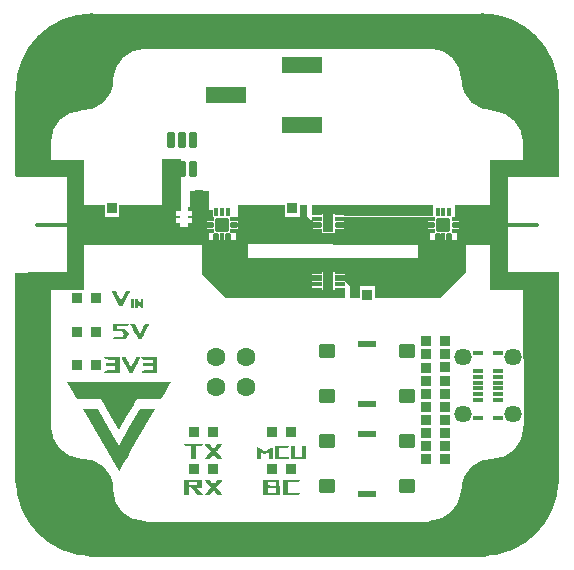
<source format=gts>
G04 Layer: TopSolderMaskLayer*
G04 EasyEDA Pro v2.2.28.1, 2024-10-10 19:46:05*
G04 Gerber Generator version 0.3*
G04 Scale: 100 percent, Rotated: No, Reflected: No*
G04 Dimensions in millimeters*
G04 Leading zeros omitted, absolute positions, 3 integers and 5 decimals*
%FSLAX35Y35*%
%MOMM*%
%AMRoundRect*1,1,$1,$2,$3*1,1,$1,$4,$5*1,1,$1,0-$2,0-$3*1,1,$1,0-$4,0-$5*20,1,$1,$2,$3,$4,$5,0*20,1,$1,$4,$5,0-$2,0-$3,0*20,1,$1,0-$2,0-$3,0-$4,0-$5,0*20,1,$1,0-$4,0-$5,$2,$3,0*4,1,4,$2,$3,$4,$5,0-$2,0-$3,0-$4,0-$5,$2,$3,0*%
%ADD10C,3.0*%
%ADD11C,0.3*%
%ADD12C,0.3424*%
%ADD13C,1.602*%
%ADD14C,5.302*%
%ADD15RoundRect,0.09302X0.50429X-0.50429X-0.50429X-0.50429*%
%ADD16RoundRect,0.08109X0.26426X-0.16026X-0.26426X-0.16026*%
%ADD17RoundRect,0.08267X0.26347X-0.18047X-0.26347X-0.18047*%
%ADD18RoundRect,0.08267X0.18047X-0.26347X-0.18047X-0.26347*%
%ADD19RoundRect,0.0839X0.16026X-0.26426X-0.16026X-0.26426*%
%ADD20RoundRect,0.08109X0.16026X-0.26426X-0.16026X-0.26426*%
%ADD21RoundRect,0.08267X0.18047X0.4127X0.18047X-0.4127*%
%ADD22RoundRect,0.08267X0.18047X0.41247X0.18047X-0.41247*%
%ADD23RoundRect,0.09131X0.40515X0.40514X0.40515X-0.40514*%
%ADD24RoundRect,0.08267X0.20947X0.18047X0.20947X-0.18047*%
%ADD25RoundRect,0.09164X0.40518X0.40518X0.40518X-0.40518*%
%ADD26RoundRect,0.09164X-0.40518X-0.40518X-0.40518X0.40518*%
%ADD27RoundRect,0.09302X-0.60429X0.50429X0.60429X0.50429*%
%ADD28RoundRect,0.0858X-0.7079X0.23291X0.7079X0.23291*%
%ADD29R,0.33X0.342*%
%ADD30R,0.762X0.294*%
%ADD31R,0.3X0.41*%
%ADD32R,0.33X0.294*%
%ADD33RoundRect,0.08136X-0.38532X0.16032X0.38532X0.16032*%
%ADD34RoundRect,0.08295X-0.38453X0.18053X0.38453X0.18053*%
%ADD35R,0.85X1.65*%
%ADD36RoundRect,0.08136X0.34532X-0.16032X-0.34532X-0.16032*%
%ADD37RoundRect,0.08295X0.34453X-0.18053X-0.34453X-0.18053*%
%ADD38RoundRect,0.09131X-0.40514X0.80514X0.40514X0.80514*%
%ADD39RoundRect,0.0882X-0.28191X0.6069X0.28191X0.6069*%
%ADD40RoundRect,0.08111X-0.15745X0.61044X0.15745X0.61044*%
%ADD41RoundRect,0.09419X-1.6537X0.5987X1.6537X0.5987*%
%ADD42RoundRect,0.08267X-0.25947X0.18047X0.25947X0.18047*%
%ADD43RoundRect,0.08109X-0.16026X0.18126X0.16026X0.18126*%
%ADD44RoundRect,0.08267X-0.30947X0.18047X0.30947X0.18047*%
%ADD45RoundRect,0.08084X0.15738X0.15738X0.15738X-0.15738*%
%ADD46RoundRect,0.08084X0.15738X0.31038X0.15738X-0.31038*%
%ADD47RoundRect,0.076X-0.3128X-0.1128X-0.3128X0.1128*%
%ADD48RoundRect,0.08084X-0.15738X-0.31038X-0.15738X0.31038*%
%ADD49R,0.87X0.3*%
%ADD50C,1.46*%
%ADD51RoundRect,0.08267X-0.20947X0.18047X0.20947X0.18047*%
%ADD52RoundRect,0.09131X-0.40515X-0.40514X-0.40515X0.40514*%
%ADD53RoundRect,0.08267X-0.20947X-0.18047X-0.20947X0.18047*%
G75*


G04 Image Start*
G36*
G01X-3847627Y-1330911D02*
G01X-3847627Y-1331322D01*
G01X-3821914Y-1375780D01*
G01X-3796200Y-1420238D01*
G01X-3780068Y-1448210D01*
G01X-3763936Y-1476182D01*
G01X-3662663Y-1476182D01*
G01X-3561390Y-1476182D01*
G01X-3484795Y-1608849D01*
G01X-3408200Y-1741516D01*
G01X-3407913Y-1741506D01*
G01X-3407627Y-1741496D01*
G01X-3344847Y-1632701D01*
G01X-3282066Y-1523905D01*
G01X-3268355Y-1500066D01*
G01X-3254643Y-1476226D01*
G01X-3152848Y-1476090D01*
G01X-3051054Y-1475954D01*
G01X-3035772Y-1449466D01*
G01X-3020490Y-1422978D01*
G01X-2994058Y-1377212D01*
G01X-2967627Y-1331447D01*
G01X-2967627Y-1330973D01*
G01X-2967627Y-1330499D01*
G01X-3407627Y-1330499D01*
G01X-3847627Y-1330499D01*
G01X-3847627Y-1330911D01*
G37*
G36*
G01X-3714736Y-1560895D02*
G01X-3714736Y-1561125D01*
G01X-3561940Y-1825888D01*
G01X-3409143Y-2090651D01*
G01X-3408370Y-2091894D01*
G01X-3407597Y-2093136D01*
G01X-3371104Y-2030013D01*
G01X-3334610Y-1966890D01*
G01X-3300844Y-1908434D01*
G01X-3267077Y-1849978D01*
G01X-3184207Y-1706351D01*
G01X-3101338Y-1562724D01*
G01X-3100689Y-1561696D01*
G01X-3100039Y-1560669D01*
G01X-3164368Y-1560669D01*
G01X-3228696Y-1560669D01*
G01X-3317864Y-1716284D01*
G01X-3407032Y-1871899D01*
G01X-3407371Y-1872260D01*
G01X-3407710Y-1872622D01*
G01X-3496998Y-1716759D01*
G01X-3586286Y-1560897D01*
G01X-3650511Y-1560781D01*
G01X-3714736Y-1560665D01*
G01X-3714736Y-1560895D01*
G37*
G04 Image End*

G04 Text Start*
G36*
G01X-3267688Y-667919D02*
G01X-3267688Y-703677D01*
G01X-3247082Y-703677D01*
G01X-3247082Y-684434D01*
G01X-3246968Y-670040D01*
G01X-3246627Y-665343D01*
G01X-3245870Y-666101D01*
G01X-3245112Y-667313D01*
G01X-3242385Y-671404D01*
G01X-3240870Y-673525D01*
G01X-3238142Y-677616D01*
G01X-3236627Y-679737D01*
G01X-3233900Y-683828D01*
G01X-3231779Y-686858D01*
G01X-3229961Y-689586D01*
G01X-3227839Y-692616D01*
G01X-3225112Y-696707D01*
G01X-3223597Y-698828D01*
G01X-3220870Y-702919D01*
G01X-3220415Y-703677D01*
G01X-3199506Y-703677D01*
G01X-3199506Y-632162D01*
G01X-3220112Y-632162D01*
G01X-3220112Y-651858D01*
G01X-3220188Y-666593D01*
G01X-3220415Y-671404D01*
G01X-3221173Y-670495D01*
G01X-3222991Y-667768D01*
G01X-3224506Y-665646D01*
G01X-3228142Y-660192D01*
G01X-3229657Y-658071D01*
G01X-3232385Y-653980D01*
G01X-3233900Y-651858D01*
G01X-3237536Y-646404D01*
G01X-3239051Y-644283D01*
G01X-3241779Y-640192D01*
G01X-3243900Y-637162D01*
G01X-3246627Y-633071D01*
G01X-3247536Y-632313D01*
G01X-3257839Y-632162D01*
G01X-3267688Y-632162D01*
G01X-3267688Y-667919D01*
G37*
G36*
G01X-3305870Y-667919D02*
G01X-3305870Y-703677D01*
G01X-3283749Y-703677D01*
G01X-3283749Y-632162D01*
G01X-3305870Y-632162D01*
G01X-3305870Y-667919D01*
G37*
G36*
G01X-3404484Y-686194D02*
G01X-3403575Y-688467D01*
G01X-3379030Y-688467D01*
G01X-3378120Y-686194D01*
G01X-3373575Y-678012D01*
G01X-3369939Y-670740D01*
G01X-3365393Y-662558D01*
G01X-3361757Y-655285D01*
G01X-3357211Y-647103D01*
G01X-3353575Y-639831D01*
G01X-3349030Y-631649D01*
G01X-3343575Y-620740D01*
G01X-3341302Y-617103D01*
G01X-3335393Y-605285D01*
G01X-3331757Y-598921D01*
G01X-3328121Y-591649D01*
G01X-3323575Y-583467D01*
G01X-3319939Y-576194D01*
G01X-3315393Y-568012D01*
G01X-3311757Y-560740D01*
G01X-3310848Y-558467D01*
G01X-3329484Y-558467D01*
G01X-3343575Y-558921D01*
G01X-3348575Y-560285D01*
G01X-3349939Y-563467D01*
G01X-3375393Y-614376D01*
G01X-3378120Y-620740D01*
G01X-3389030Y-642558D01*
G01X-3390848Y-644376D01*
G01X-3391643Y-644262D01*
G01X-3392211Y-643012D01*
G01X-3393575Y-639831D01*
G01X-3420848Y-585285D01*
G01X-3422666Y-580740D01*
G01X-3431757Y-562558D01*
G01X-3433575Y-559830D01*
G01X-3438802Y-558808D01*
G01X-3452666Y-558467D01*
G01X-3470848Y-558467D01*
G01X-3470393Y-560740D01*
G01X-3469030Y-564376D01*
G01X-3467212Y-568012D01*
G01X-3462666Y-576194D01*
G01X-3459030Y-583467D01*
G01X-3454484Y-591649D01*
G01X-3450848Y-598921D01*
G01X-3446302Y-607103D01*
G01X-3442666Y-614376D01*
G01X-3438120Y-622558D01*
G01X-3432666Y-633467D01*
G01X-3430393Y-637103D01*
G01X-3424484Y-648921D01*
G01X-3420848Y-655285D01*
G01X-3417211Y-662558D01*
G01X-3412666Y-670740D01*
G01X-3409030Y-678012D01*
G01X-3404484Y-686194D01*
G37*
G36*
G01X-2795824Y-1930001D02*
G01X-2795824Y-1985456D01*
G01X-2757642Y-1985456D01*
G01X-2757642Y-1874547D01*
G01X-2733097Y-1874547D01*
G01X-2714574Y-1874206D01*
G01X-2708097Y-1873183D01*
G01X-2706279Y-1870910D01*
G01X-2695370Y-1858183D01*
G01X-2694006Y-1856365D01*
G01X-2777188Y-1855456D01*
G01X-2839460Y-1855797D01*
G01X-2859915Y-1856820D01*
G01X-2854460Y-1863638D01*
G01X-2849006Y-1870001D01*
G01X-2846733Y-1872274D01*
G01X-2843551Y-1874092D01*
G01X-2818551Y-1874547D01*
G01X-2795824Y-1874547D01*
G01X-2795824Y-1930001D01*
G37*
G36*
G01X-2684915Y-1985456D02*
G01X-2680029Y-1986138D01*
G01X-2663551Y-1986365D01*
G01X-2646620Y-1986024D01*
G01X-2640369Y-1985001D01*
G01X-2637642Y-1981365D01*
G01X-2634460Y-1978183D01*
G01X-2629006Y-1971820D01*
G01X-2626733Y-1969547D01*
G01X-2624006Y-1965910D01*
G01X-2620824Y-1962729D01*
G01X-2615369Y-1956365D01*
G01X-2613097Y-1954092D01*
G01X-2609460Y-1949547D01*
G01X-2607188Y-1947729D01*
G01X-2605938Y-1947729D01*
G01X-2604915Y-1948638D01*
G01X-2600369Y-1953183D01*
G01X-2597642Y-1956820D01*
G01X-2594460Y-1960001D01*
G01X-2589006Y-1966365D01*
G01X-2586733Y-1968638D01*
G01X-2583097Y-1973183D01*
G01X-2580824Y-1975456D01*
G01X-2575369Y-1981820D01*
G01X-2573097Y-1984092D01*
G01X-2569915Y-1985910D01*
G01X-2547188Y-1986365D01*
G01X-2532074Y-1986024D01*
G01X-2527642Y-1985001D01*
G01X-2531279Y-1980456D01*
G01X-2535824Y-1975910D01*
G01X-2538551Y-1972274D01*
G01X-2544006Y-1966820D01*
G01X-2546733Y-1963183D01*
G01X-2549915Y-1960001D01*
G01X-2555370Y-1953638D01*
G01X-2557642Y-1951365D01*
G01X-2561279Y-1946820D01*
G01X-2565824Y-1942274D01*
G01X-2569460Y-1937729D01*
G01X-2574006Y-1933183D01*
G01X-2576733Y-1929547D01*
G01X-2579915Y-1926365D01*
G01X-2582188Y-1923638D01*
G01X-2582642Y-1920456D01*
G01X-2580369Y-1916819D01*
G01X-2577188Y-1913638D01*
G01X-2571733Y-1907274D01*
G01X-2569460Y-1905001D01*
G01X-2566733Y-1901365D01*
G01X-2563551Y-1898183D01*
G01X-2558097Y-1891819D01*
G01X-2555824Y-1889547D01*
G01X-2553097Y-1885910D01*
G01X-2549915Y-1882729D01*
G01X-2544460Y-1876365D01*
G01X-2542188Y-1874092D01*
G01X-2539461Y-1870456D01*
G01X-2536279Y-1867274D01*
G01X-2530824Y-1860910D01*
G01X-2528551Y-1858638D01*
G01X-2526733Y-1856365D01*
G01X-2531620Y-1855683D01*
G01X-2548097Y-1855456D01*
G01X-2565029Y-1855797D01*
G01X-2571279Y-1856820D01*
G01X-2575824Y-1861365D01*
G01X-2579460Y-1865910D01*
G01X-2581733Y-1868183D01*
G01X-2587188Y-1874547D01*
G01X-2589460Y-1876819D01*
G01X-2592188Y-1880456D01*
G01X-2595369Y-1883638D01*
G01X-2600824Y-1890001D01*
G01X-2605369Y-1894547D01*
G01X-2607642Y-1894547D01*
G01X-2609460Y-1892274D01*
G01X-2614006Y-1887729D01*
G01X-2616733Y-1884092D01*
G01X-2619915Y-1880910D01*
G01X-2625369Y-1874547D01*
G01X-2627642Y-1872274D01*
G01X-2631278Y-1867729D01*
G01X-2635824Y-1863183D01*
G01X-2638551Y-1859547D01*
G01X-2642188Y-1856365D01*
G01X-2665370Y-1855456D01*
G01X-2681165Y-1855797D01*
G01X-2685824Y-1856820D01*
G01X-2682188Y-1861365D01*
G01X-2677642Y-1865910D01*
G01X-2674915Y-1869547D01*
G01X-2671733Y-1872729D01*
G01X-2667188Y-1878183D01*
G01X-2664915Y-1880456D01*
G01X-2662188Y-1884092D01*
G01X-2659006Y-1887274D01*
G01X-2654460Y-1892728D01*
G01X-2652188Y-1895001D01*
G01X-2649460Y-1898638D01*
G01X-2646279Y-1901819D01*
G01X-2641733Y-1907274D01*
G01X-2639460Y-1909547D01*
G01X-2636733Y-1913183D01*
G01X-2633551Y-1916365D01*
G01X-2630824Y-1919547D01*
G01X-2630029Y-1921592D01*
G01X-2630369Y-1923183D01*
G01X-2633097Y-1926819D01*
G01X-2636278Y-1930001D01*
G01X-2641733Y-1936365D01*
G01X-2644006Y-1938638D01*
G01X-2647642Y-1943183D01*
G01X-2649915Y-1945456D01*
G01X-2655370Y-1951820D01*
G01X-2657642Y-1954092D01*
G01X-2661279Y-1958638D01*
G01X-2663551Y-1960910D01*
G01X-2669006Y-1967274D01*
G01X-2671279Y-1969547D01*
G01X-2674915Y-1974092D01*
G01X-2679460Y-1978638D01*
G01X-2682188Y-1982274D01*
G01X-2684915Y-1985456D01*
G37*
G36*
G01X-2685370Y-2288543D02*
G01X-2680142Y-2289225D01*
G01X-2663551Y-2289452D01*
G01X-2641279Y-2289452D01*
G01X-2639915Y-2287180D01*
G01X-2637188Y-2283998D01*
G01X-2634915Y-2281725D01*
G01X-2631279Y-2277180D01*
G01X-2626733Y-2272634D01*
G01X-2624006Y-2268998D01*
G01X-2620824Y-2265816D01*
G01X-2616279Y-2260361D01*
G01X-2614006Y-2258089D01*
G01X-2610370Y-2253543D01*
G01X-2607642Y-2251271D01*
G01X-2606051Y-2250930D01*
G01X-2604915Y-2251725D01*
G01X-2600370Y-2256271D01*
G01X-2597642Y-2259907D01*
G01X-2594460Y-2263089D01*
G01X-2589915Y-2268543D01*
G01X-2587642Y-2270816D01*
G01X-2584006Y-2275361D01*
G01X-2579460Y-2279907D01*
G01X-2576733Y-2283543D01*
G01X-2573551Y-2286725D01*
G01X-2571279Y-2288543D01*
G01X-2548551Y-2289452D01*
G01X-2532415Y-2289111D01*
G01X-2527642Y-2288089D01*
G01X-2531279Y-2283543D01*
G01X-2535824Y-2278998D01*
G01X-2539461Y-2274452D01*
G01X-2544006Y-2269907D01*
G01X-2546733Y-2266271D01*
G01X-2552188Y-2260816D01*
G01X-2554915Y-2257180D01*
G01X-2558097Y-2253998D01*
G01X-2563551Y-2247634D01*
G01X-2565824Y-2245362D01*
G01X-2569460Y-2240816D01*
G01X-2574006Y-2236271D01*
G01X-2577642Y-2231725D01*
G01X-2582188Y-2227180D01*
G01X-2583551Y-2224907D01*
G01X-2582642Y-2223089D01*
G01X-2579006Y-2218543D01*
G01X-2576733Y-2216271D01*
G01X-2574006Y-2212634D01*
G01X-2570824Y-2209453D01*
G01X-2565370Y-2203089D01*
G01X-2563097Y-2200816D01*
G01X-2560370Y-2197180D01*
G01X-2557188Y-2193998D01*
G01X-2551733Y-2187634D01*
G01X-2549460Y-2185362D01*
G01X-2546733Y-2181725D01*
G01X-2543551Y-2178544D01*
G01X-2538097Y-2172180D01*
G01X-2535824Y-2169907D01*
G01X-2533097Y-2166271D01*
G01X-2527188Y-2160362D01*
G01X-2525824Y-2158543D01*
G01X-2570370Y-2158543D01*
G01X-2572188Y-2160816D01*
G01X-2575369Y-2163998D01*
G01X-2580824Y-2170362D01*
G01X-2583097Y-2172634D01*
G01X-2585824Y-2176271D01*
G01X-2589006Y-2179453D01*
G01X-2594460Y-2185816D01*
G01X-2596733Y-2188089D01*
G01X-2599460Y-2191725D01*
G01X-2604915Y-2197180D01*
G01X-2605938Y-2198089D01*
G01X-2607188Y-2198089D01*
G01X-2609461Y-2195816D01*
G01X-2611733Y-2193089D01*
G01X-2614006Y-2190816D01*
G01X-2617642Y-2186271D01*
G01X-2619915Y-2183998D01*
G01X-2625370Y-2177634D01*
G01X-2627642Y-2175362D01*
G01X-2631279Y-2170816D01*
G01X-2635824Y-2166271D01*
G01X-2638551Y-2162634D01*
G01X-2642188Y-2159452D01*
G01X-2665370Y-2158543D01*
G01X-2681165Y-2158884D01*
G01X-2685824Y-2159907D01*
G01X-2682188Y-2164453D01*
G01X-2679915Y-2166725D01*
G01X-2674460Y-2173089D01*
G01X-2672188Y-2175362D01*
G01X-2669460Y-2178998D01*
G01X-2666279Y-2182180D01*
G01X-2661733Y-2187634D01*
G01X-2659461Y-2189907D01*
G01X-2655824Y-2194453D01*
G01X-2653551Y-2196725D01*
G01X-2648097Y-2203089D01*
G01X-2645824Y-2205362D01*
G01X-2643097Y-2208998D01*
G01X-2639915Y-2212180D01*
G01X-2635370Y-2217634D01*
G01X-2633097Y-2219907D01*
G01X-2630824Y-2223089D01*
G01X-2630029Y-2224793D01*
G01X-2630370Y-2226271D01*
G01X-2634006Y-2230816D01*
G01X-2638551Y-2235362D01*
G01X-2641279Y-2238998D01*
G01X-2644461Y-2242180D01*
G01X-2649006Y-2247634D01*
G01X-2651279Y-2249907D01*
G01X-2654915Y-2254452D01*
G01X-2657188Y-2256725D01*
G01X-2662642Y-2263089D01*
G01X-2664915Y-2265361D01*
G01X-2668551Y-2269907D01*
G01X-2673097Y-2274452D01*
G01X-2675824Y-2278089D01*
G01X-2679006Y-2281271D01*
G01X-2683551Y-2286725D01*
G01X-2685370Y-2288543D01*
G37*
G36*
G01X-2854915Y-2223543D02*
G01X-2854915Y-2288543D01*
G01X-2814915Y-2288543D01*
G01X-2814915Y-2177634D01*
G01X-2743097Y-2177634D01*
G01X-2743097Y-2208543D01*
G01X-2808551Y-2208543D01*
G01X-2807642Y-2210362D01*
G01X-2805370Y-2213089D01*
G01X-2803097Y-2215362D01*
G01X-2800370Y-2218998D01*
G01X-2797188Y-2222180D01*
G01X-2792642Y-2227634D01*
G01X-2790370Y-2229907D01*
G01X-2787642Y-2233543D01*
G01X-2784461Y-2236725D01*
G01X-2779915Y-2242180D01*
G01X-2777642Y-2244452D01*
G01X-2774915Y-2248089D01*
G01X-2771733Y-2251271D01*
G01X-2767188Y-2256725D01*
G01X-2764915Y-2258998D01*
G01X-2762188Y-2262634D01*
G01X-2759006Y-2265816D01*
G01X-2754461Y-2271271D01*
G01X-2752188Y-2273543D01*
G01X-2749460Y-2277180D01*
G01X-2746279Y-2280361D01*
G01X-2740824Y-2286725D01*
G01X-2738097Y-2288089D01*
G01X-2715369Y-2288543D01*
G01X-2694006Y-2288543D01*
G01X-2695370Y-2286271D01*
G01X-2698097Y-2283089D01*
G01X-2700370Y-2280816D01*
G01X-2703097Y-2277180D01*
G01X-2706279Y-2273998D01*
G01X-2710824Y-2268543D01*
G01X-2713097Y-2266271D01*
G01X-2715824Y-2262634D01*
G01X-2719006Y-2259452D01*
G01X-2723551Y-2253998D01*
G01X-2725824Y-2251725D01*
G01X-2728551Y-2248089D01*
G01X-2731733Y-2244907D01*
G01X-2736279Y-2239452D01*
G01X-2738551Y-2237180D01*
G01X-2742188Y-2232634D01*
G01X-2744006Y-2229452D01*
G01X-2744915Y-2227634D01*
G01X-2704915Y-2227634D01*
G01X-2704915Y-2158543D01*
G01X-2854915Y-2158543D01*
G01X-2854915Y-2223543D01*
G37*
G36*
G01X-1886998Y-2288089D02*
G01X-1903930Y-2289111D01*
G01X-1952907Y-2289452D01*
G01X-2017907Y-2289452D01*
G01X-2017907Y-2159452D01*
G01X-1872452Y-2159452D01*
G01X-1874271Y-2161725D01*
G01X-1876998Y-2165362D01*
G01X-1879271Y-2167634D01*
G01X-1884725Y-2173998D01*
G01X-1886998Y-2176725D01*
G01X-1899043Y-2178089D01*
G01X-1933362Y-2178543D01*
G01X-1978816Y-2178543D01*
G01X-1978816Y-2270361D01*
G01X-1926544Y-2270361D01*
G01X-1872907Y-2270816D01*
G01X-1872225Y-2271384D01*
G01X-1872907Y-2272180D01*
G01X-1876089Y-2275361D01*
G01X-1878816Y-2278998D01*
G01X-1881089Y-2281271D01*
G01X-1884725Y-2285816D01*
G01X-1886998Y-2288089D01*
G37*
G36*
G01X-2054271Y-2209453D02*
G01X-2043362Y-2209453D01*
G01X-2043362Y-2289452D01*
G01X-2186089Y-2289452D01*
G01X-2186089Y-2228543D01*
G01X-2146998Y-2228543D01*
G01X-2146998Y-2248998D01*
G01X-2146543Y-2269907D01*
G01X-2113816Y-2270361D01*
G01X-2113816Y-2270361D01*
G01X-2081543Y-2270361D01*
G01X-2081543Y-2228543D01*
G01X-2146998Y-2228543D01*
G01X-2186089Y-2228543D01*
G01X-2186089Y-2178543D01*
G01X-2146998Y-2178543D01*
G01X-2146998Y-2193543D01*
G01X-2146543Y-2208998D01*
G01X-2113816Y-2209453D01*
G01X-2113816Y-2209453D01*
G01X-2081543Y-2209453D01*
G01X-2081543Y-2178543D01*
G01X-2146998Y-2178543D01*
G01X-2186089Y-2178543D01*
G01X-2186089Y-2159452D01*
G01X-2054271Y-2159452D01*
G01X-2054271Y-2209453D01*
G37*
G36*
G01X-3243030Y-969603D02*
G01X-3239507Y-970625D01*
G01X-3229848Y-970966D01*
G01X-3220189Y-970512D01*
G01X-3216666Y-969148D01*
G01X-3215302Y-965966D01*
G01X-3211666Y-958693D01*
G01X-3208030Y-952330D01*
G01X-3202575Y-941421D01*
G01X-3198939Y-935057D01*
G01X-3195302Y-927784D01*
G01X-3190757Y-919602D01*
G01X-3187121Y-912330D01*
G01X-3182575Y-904148D01*
G01X-3178939Y-896875D01*
G01X-3174393Y-888693D01*
G01X-3168939Y-877784D01*
G01X-3166666Y-874148D01*
G01X-3160757Y-862330D01*
G01X-3157120Y-855966D01*
G01X-3153484Y-848694D01*
G01X-3151211Y-844603D01*
G01X-3149848Y-841875D01*
G01X-3168484Y-840966D01*
G01X-3182575Y-841421D01*
G01X-3187575Y-842784D01*
G01X-3188939Y-845966D01*
G01X-3201666Y-871421D01*
G01X-3203484Y-875966D01*
G01X-3227121Y-923239D01*
G01X-3228939Y-925966D01*
G01X-3229848Y-926648D01*
G01X-3230757Y-925966D01*
G01X-3234393Y-918693D01*
G01X-3237121Y-912330D01*
G01X-3271666Y-843239D01*
G01X-3272575Y-840966D01*
G01X-3310757Y-840966D01*
G01X-3309848Y-843239D01*
G01X-3305302Y-851421D01*
G01X-3299848Y-862330D01*
G01X-3297575Y-865966D01*
G01X-3291666Y-877784D01*
G01X-3288029Y-884148D01*
G01X-3284393Y-891421D01*
G01X-3279848Y-899602D01*
G01X-3276211Y-906875D01*
G01X-3271666Y-915057D01*
G01X-3268030Y-922330D01*
G01X-3263484Y-930511D01*
G01X-3258030Y-941421D01*
G01X-3255757Y-945057D01*
G01X-3249848Y-956875D01*
G01X-3246211Y-963239D01*
G01X-3243030Y-969603D01*
G37*
G36*
G01X-3464848Y-969148D02*
G01X-3466211Y-970966D01*
G01X-3410757Y-970966D01*
G01X-3368939Y-970625D01*
G01X-3354393Y-969603D01*
G01X-3351666Y-965966D01*
G01X-3348484Y-962784D01*
G01X-3343030Y-956421D01*
G01X-3340757Y-954148D01*
G01X-3337121Y-949602D01*
G01X-3334848Y-947330D01*
G01X-3329393Y-940966D01*
G01X-3327120Y-938693D01*
G01X-3323484Y-934148D01*
G01X-3318484Y-929148D01*
G01X-3317802Y-927557D01*
G01X-3318484Y-926421D01*
G01X-3322120Y-921875D01*
G01X-3324393Y-919602D01*
G01X-3328030Y-915057D01*
G01X-3332575Y-910512D01*
G01X-3335302Y-906875D01*
G01X-3338484Y-903693D01*
G01X-3343939Y-897330D01*
G01X-3346211Y-895057D01*
G01X-3349848Y-890512D01*
G01X-3354393Y-885966D01*
G01X-3363939Y-884943D01*
G01X-3390757Y-884602D01*
G01X-3426211Y-884602D01*
G01X-3426211Y-860057D01*
G01X-3379848Y-860057D01*
G01X-3344848Y-859716D01*
G01X-3332575Y-858693D01*
G01X-3329848Y-855057D01*
G01X-3326666Y-851875D01*
G01X-3323030Y-847330D01*
G01X-3320302Y-844148D01*
G01X-3318484Y-841421D01*
G01X-3389393Y-840966D01*
G01X-3460757Y-840966D01*
G01X-3460757Y-902784D01*
G01X-3458484Y-903239D01*
G01X-3420302Y-903693D01*
G01X-3393143Y-904034D01*
G01X-3383484Y-905057D01*
G01X-3381211Y-907330D01*
G01X-3375757Y-913693D01*
G01X-3373484Y-915966D01*
G01X-3369848Y-920511D01*
G01X-3365302Y-925057D01*
G01X-3363939Y-927330D01*
G01X-3364848Y-929148D01*
G01X-3368484Y-933693D01*
G01X-3370757Y-935966D01*
G01X-3373484Y-939602D01*
G01X-3376666Y-942784D01*
G01X-3381211Y-948239D01*
G01X-3383484Y-950512D01*
G01X-3392348Y-951534D01*
G01X-3441893Y-952216D01*
G01X-3450757Y-953239D01*
G01X-3454393Y-957784D01*
G01X-3456666Y-960057D01*
G01X-3462120Y-966421D01*
G01X-3464848Y-969148D01*
G37*
G36*
G01X-3318029Y-1252102D02*
G01X-3314279Y-1253125D01*
G01X-3304848Y-1253466D01*
G01X-3295530Y-1253125D01*
G01X-3292120Y-1252102D01*
G01X-3285302Y-1238466D01*
G01X-3280757Y-1230284D01*
G01X-3277120Y-1223011D01*
G01X-3272575Y-1214829D01*
G01X-3268939Y-1207557D01*
G01X-3264393Y-1199375D01*
G01X-3260757Y-1192102D01*
G01X-3256211Y-1183920D01*
G01X-3252575Y-1176648D01*
G01X-3248030Y-1168466D01*
G01X-3242575Y-1157557D01*
G01X-3240302Y-1153920D01*
G01X-3234393Y-1142102D01*
G01X-3230757Y-1135738D01*
G01X-3225302Y-1124829D01*
G01X-3229280Y-1123807D01*
G01X-3243030Y-1123466D01*
G01X-3261666Y-1123466D01*
G01X-3262575Y-1125738D01*
G01X-3282575Y-1165738D01*
G01X-3285302Y-1172102D01*
G01X-3301666Y-1204829D01*
G01X-3303939Y-1208011D01*
G01X-3305188Y-1208352D01*
G01X-3306211Y-1207557D01*
G01X-3320757Y-1178466D01*
G01X-3323484Y-1172102D01*
G01X-3345302Y-1128466D01*
G01X-3347120Y-1125284D01*
G01X-3352461Y-1123920D01*
G01X-3366666Y-1123466D01*
G01X-3385302Y-1123466D01*
G01X-3384848Y-1125284D01*
G01X-3383484Y-1128466D01*
G01X-3379848Y-1134829D01*
G01X-3374393Y-1145738D01*
G01X-3369848Y-1153920D01*
G01X-3366211Y-1161193D01*
G01X-3361666Y-1169375D01*
G01X-3358030Y-1176648D01*
G01X-3353484Y-1184829D01*
G01X-3349848Y-1192102D01*
G01X-3345302Y-1200284D01*
G01X-3341666Y-1207557D01*
G01X-3337120Y-1215738D01*
G01X-3331666Y-1226648D01*
G01X-3329393Y-1230284D01*
G01X-3323484Y-1242102D01*
G01X-3319848Y-1248466D01*
G01X-3318029Y-1252102D01*
G37*
G36*
G01X-3534393Y-1252557D02*
G01X-3518030Y-1253238D01*
G01X-3467120Y-1253466D01*
G01X-3398939Y-1253466D01*
G01X-3398939Y-1123466D01*
G01X-3466666Y-1123466D01*
G01X-3517234Y-1123807D01*
G01X-3533484Y-1124829D01*
G01X-3530757Y-1128466D01*
G01X-3527575Y-1131647D01*
G01X-3523939Y-1136193D01*
G01X-3521211Y-1139375D01*
G01X-3519620Y-1141193D01*
G01X-3517575Y-1142102D01*
G01X-3476211Y-1142557D01*
G01X-3437120Y-1142557D01*
G01X-3437120Y-1176193D01*
G01X-3518030Y-1176193D01*
G01X-3518484Y-1178466D01*
G01X-3518939Y-1188011D01*
G01X-3518939Y-1195284D01*
G01X-3437120Y-1195284D01*
G01X-3437120Y-1234375D01*
G01X-3477575Y-1234375D01*
G01X-3508143Y-1234716D01*
G01X-3518939Y-1235738D01*
G01X-3521211Y-1238011D01*
G01X-3532120Y-1250738D01*
G01X-3534393Y-1252557D01*
G37*
G36*
G01X-3216211Y-1252102D02*
G01X-3199961Y-1253125D01*
G01X-3149393Y-1253466D01*
G01X-3081666Y-1253466D01*
G01X-3081666Y-1123466D01*
G01X-3149393Y-1123466D01*
G01X-3199961Y-1123807D01*
G01X-3216211Y-1124829D01*
G01X-3213484Y-1128466D01*
G01X-3210302Y-1131647D01*
G01X-3205757Y-1137102D01*
G01X-3203029Y-1140284D01*
G01X-3201666Y-1142557D01*
G01X-3119848Y-1142557D01*
G01X-3119848Y-1176193D01*
G01X-3200757Y-1176193D01*
G01X-3201211Y-1178466D01*
G01X-3201666Y-1188011D01*
G01X-3201666Y-1195284D01*
G01X-3119848Y-1195284D01*
G01X-3119848Y-1234375D01*
G01X-3160302Y-1234375D01*
G01X-3190870Y-1234716D01*
G01X-3201666Y-1235738D01*
G01X-3203939Y-1238011D01*
G01X-3208484Y-1243466D01*
G01X-3213939Y-1249829D01*
G01X-3216211Y-1252102D01*
G37*
G36*
G01X-2240152Y-1932198D02*
G01X-2240152Y-1986365D01*
G01X-2207577Y-1986365D01*
G01X-2207577Y-1925001D01*
G01X-2206062Y-1925380D01*
G01X-2203789Y-1926516D01*
G01X-2201516Y-1928031D01*
G01X-2198486Y-1929925D01*
G01X-2195077Y-1932198D01*
G01X-2189016Y-1935986D01*
G01X-2185607Y-1938259D01*
G01X-2179547Y-1942046D01*
G01X-2176137Y-1944319D01*
G01X-2172728Y-1945456D01*
G01X-2170456Y-1944698D01*
G01X-2168183Y-1943183D01*
G01X-2159092Y-1937501D01*
G01X-2155683Y-1935228D01*
G01X-2151895Y-1932956D01*
G01X-2148486Y-1930683D01*
G01X-2142425Y-1926895D01*
G01X-2139774Y-1925380D01*
G01X-2138922Y-1932766D01*
G01X-2138637Y-1955683D01*
G01X-2138637Y-1986365D01*
G01X-2106062Y-1986365D01*
G01X-2106062Y-1932577D01*
G01X-2106346Y-1892331D01*
G01X-2107198Y-1879168D01*
G01X-2109471Y-1880304D01*
G01X-2112501Y-1882198D01*
G01X-2122728Y-1889016D01*
G01X-2128789Y-1892804D01*
G01X-2135607Y-1897350D01*
G01X-2141668Y-1901137D01*
G01X-2151895Y-1907956D01*
G01X-2155683Y-1910228D01*
G01X-2165910Y-1917046D01*
G01X-2168941Y-1918941D01*
G01X-2171592Y-1920456D01*
G01X-2174244Y-1920834D01*
G01X-2176516Y-1919698D01*
G01X-2179168Y-1917804D01*
G01X-2185986Y-1913259D01*
G01X-2189774Y-1910986D01*
G01X-2200001Y-1904168D01*
G01X-2206062Y-1900380D01*
G01X-2216289Y-1893562D01*
G01X-2220077Y-1891289D01*
G01X-2230304Y-1884471D01*
G01X-2236365Y-1880683D01*
G01X-2239016Y-1878789D01*
G01X-2239869Y-1891763D01*
G01X-2240152Y-1932198D01*
G37*
G36*
G01X-2085607Y-1932198D02*
G01X-2085607Y-1986365D01*
G01X-2031062Y-1986365D01*
G01X-1990058Y-1986081D01*
G01X-1976138Y-1985228D01*
G01X-1974622Y-1983334D01*
G01X-1972728Y-1981441D01*
G01X-1970456Y-1978410D01*
G01X-1967804Y-1975759D01*
G01X-1964016Y-1971213D01*
G01X-1974338Y-1970645D01*
G01X-2007577Y-1970456D01*
G01X-2052274Y-1970456D01*
G01X-2052274Y-1893941D01*
G01X-2014774Y-1893941D01*
G01X-1986459Y-1893656D01*
G01X-1976516Y-1892804D01*
G01X-1974622Y-1890910D01*
G01X-1971592Y-1887122D01*
G01X-1967047Y-1881819D01*
G01X-1964774Y-1879546D01*
G01X-1963637Y-1878031D01*
G01X-2085607Y-1878031D01*
G01X-2085607Y-1932198D01*
G37*
G36*
G01X-1947728Y-1932198D02*
G01X-1947728Y-1986365D01*
G01X-1826516Y-1986365D01*
G01X-1826516Y-1878031D01*
G01X-1857577Y-1878031D01*
G01X-1857577Y-1970456D01*
G01X-1915910Y-1970456D01*
G01X-1915910Y-1878031D01*
G01X-1947728Y-1878031D01*
G01X-1947728Y-1932198D01*
G37*
G04 Text End*

G04 PolygonModel Start*
G54D10*
G01X-4133463Y-2159659D02*
G03X-3633463Y-2659659I500000J0D01*
G01X-3633463Y-2659659D02*
G01X-333463Y-2659659D01*
G01X-333463Y-2659659D02*
G03X166537Y-2159659I0J500000D01*
G01X166537Y1140341D02*
G03X-333463Y1640341I-500000J0D01*
G01X-3633463Y1640341D02*
G03X-4133463Y1140341I0J-500000D01*
G01X166537Y-2159659D02*
G01X166537Y-823990D01*
G01X-298405Y1640341D02*
G01X-3598405Y1640341D01*
G54D11*
G01X-2277405Y-452697D02*
G01X-2277105Y-452997D01*
G54D12*
G01X-3327053Y-821D02*
G01X-4097903Y-821D01*
G01X-351271Y-499D02*
G01X116538Y-499D01*
G01X131872Y-499D02*
G01X-351271Y-499D01*
G54D11*
G01X-3473535Y-2249659D02*
G03X-3197378Y-2525816I276157J0D01*
G01X-3187905Y-2525816D01*
G01X-3723463Y-1999061D02*
G01X-3734150Y-1999061D01*
G02X-3998756Y-1718669I26072J289654D01*
G01X-494061Y-2249659D02*
G01X-494061Y-2260346D01*
G02X-774453Y-2524952I-289654J26072D01*
G01X-243463Y-1999731D02*
G03X32694Y-1723574I0J276157D01*
G01X32694Y-1714101D01*
G01X-243463Y979744D02*
G01X-232776Y979744D01*
G02X31830Y699352I-26072J-289654D01*
G01X-493391Y1230341D02*
G03X-769548Y1506498I-276157J0D01*
G01X-779021Y1506498D01*
G01X-3472866Y1230341D02*
G01X-3472866Y1241028D01*
G02X-3192474Y1505634I289654J-26072D01*
G01X-3723463Y980413D02*
G03X-3999620Y704256I0J-276157D01*
G01X-3999620Y694783D01*
G36*
G01X-2651364Y-476521D02*
G01X-2673052Y-454833D01*
G01X-2673052Y-451090D01*
G01X-2652052Y-451090D01*
G01X-2651052Y-452090D01*
G01X-2651052Y-476521D01*
G01X-2651364Y-476521D01*
G37*
G36*
G01X-2256091Y-435897D02*
G01X-2256091Y-469852D01*
G01X-2289928Y-469852D01*
G01X-2329928Y-429852D01*
G01X-2330122Y-429852D01*
G01X-2330122Y-385269D01*
G01X-2296706Y-385269D01*
G01X-2296122Y-385852D01*
G01X-2296122Y-435897D01*
G01X-2256091Y-435897D01*
G37*
G36*
G01X-3985760Y-1800405D02*
G01X-3929706Y-1903777D01*
G01X-3848173Y-1970751D01*
G01X-3773191Y-1996958D01*
G01X-3774647Y-2031173D01*
G01X-3864188Y-2071212D01*
G01X-3923154Y-2141098D01*
G01X-3950817Y-2213895D01*
G01X-3970473Y-2245926D01*
G01X-4012695Y-2221903D01*
G01X-3999592Y-1817148D01*
G01X-3985760Y-1800405D01*
G37*
G36*
G01X-3186443Y-2525469D02*
G01X-3278168Y-2513457D01*
G01X-3355697Y-2478514D01*
G01X-3443054Y-2382421D01*
G01X-3464894Y-2328915D01*
G01X-3485641Y-2291788D01*
G01X-3538055Y-2362766D01*
G01X-3602481Y-2442479D01*
G01X-3669091Y-2488342D01*
G01X-3719321Y-2507997D01*
G01X-3694206Y-2637941D01*
G01X-3398284Y-2646677D01*
G01X-3186443Y-2525469D01*
G37*
G36*
G01X-692717Y-2511956D02*
G01X-589345Y-2455902D01*
G01X-522371Y-2374368D01*
G01X-496164Y-2299387D01*
G01X-461949Y-2300843D01*
G01X-421910Y-2390384D01*
G01X-352024Y-2449350D01*
G01X-279227Y-2477013D01*
G01X-247196Y-2496668D01*
G01X-271219Y-2538891D01*
G01X-675974Y-2525787D01*
G01X-692717Y-2511956D01*
G37*
G36*
G01X32347Y-1712638D02*
G01X20335Y-1804363D01*
G01X-14608Y-1881893D01*
G01X-110701Y-1969250D01*
G01X-164207Y-1991089D01*
G01X-201334Y-2011836D01*
G01X-130356Y-2064251D01*
G01X-50643Y-2128677D01*
G01X-4780Y-2195286D01*
G01X14875Y-2245517D01*
G01X144819Y-2220402D01*
G01X153555Y-1924480D01*
G01X32347Y-1712638D01*
G37*
G36*
G01X18834Y781087D02*
G01X-37220Y884460D01*
G01X-118754Y951433D01*
G01X-193735Y977641D01*
G01X-192279Y1011855D01*
G01X-102738Y1051894D01*
G01X-43772Y1121780D01*
G01X-16109Y1194577D01*
G01X3546Y1226608D01*
G01X45769Y1202585D01*
G01X32665Y797831D01*
G01X18834Y781087D01*
G37*
G36*
G01X-780484Y1506151D02*
G01X-688759Y1494139D01*
G01X-611229Y1459196D01*
G01X-523872Y1363104D01*
G01X-502033Y1309598D01*
G01X-481286Y1272471D01*
G01X-428871Y1343448D01*
G01X-364445Y1423162D01*
G01X-297836Y1469024D01*
G01X-247605Y1488680D01*
G01X-272720Y1618623D01*
G01X-568642Y1627359D01*
G01X-780484Y1506151D01*
G37*
G36*
G01X-3274209Y1492638D02*
G01X-3377582Y1436584D01*
G01X-3444555Y1355051D01*
G01X-3470763Y1280069D01*
G01X-3504977Y1281525D01*
G01X-3545016Y1371066D01*
G01X-3614902Y1430032D01*
G01X-3687699Y1457695D01*
G01X-3719730Y1477351D01*
G01X-3695707Y1519573D01*
G01X-3290953Y1506470D01*
G01X-3274209Y1492638D01*
G37*
G36*
G01X-3999273Y693321D02*
G01X-3987261Y785046D01*
G01X-3952318Y862575D01*
G01X-3856226Y949932D01*
G01X-3802720Y971771D01*
G01X-3765593Y992519D01*
G01X-3836570Y1044933D01*
G01X-3916284Y1109359D01*
G01X-3962146Y1175969D01*
G01X-3981802Y1226199D01*
G01X-4111745Y1201084D01*
G01X-4120481Y905162D01*
G01X-3999273Y693321D01*
G37*
G36*
G01X-2650473Y-159157D02*
G01X-2649912Y-159157D01*
G01X-2650691Y-162923D01*
G01X-2650687Y-169250D01*
G01X-2650473Y-159157D01*
G37*
G36*
G01X-1770988Y-621419D02*
G01X-2491937Y-621419D01*
G01X-2506306Y-621513D01*
G01X-2707364Y-420546D01*
G01X-2707364Y-401214D01*
G01X-2707122Y-159157D01*
G01X-2650473Y-159157D01*
G01X-2649908Y-132584D01*
G01X-2414012Y-132584D01*
G01X-2414012Y-68717D01*
G01X-2314092Y-68717D01*
G01X-2314092Y-284017D01*
G01X-876418Y-284017D01*
G01X-876418Y-131149D01*
G01X-520419Y-131149D01*
G01X-520419Y-383967D01*
G01X-814418Y-383967D01*
G01X-814418Y-404349D01*
G01X-1770988Y-404349D01*
G01X-1770988Y-621419D01*
G37*
G36*
G01X-1238015Y-621509D02*
G01X-1238015Y-522159D01*
G01X-1450407Y-522159D01*
G01X-1450407Y-283970D01*
G01X-642273Y-283970D01*
G01X-642272Y-284001D01*
G01X-545594Y-280918D01*
G01X-540490Y-159157D01*
G01X-465290Y-159157D01*
G01X-465290Y-395997D01*
G01X-466814Y-395997D01*
G01X-466814Y-403460D01*
G01X-684871Y-621419D01*
G01X-699241Y-621419D01*
G01X-856438Y-621288D01*
G01X-1238015Y-621509D01*
G37*
G36*
G01X-2004121Y67003D02*
G01X-2402122Y67003D01*
G01X-2402122Y167003D01*
G01X-2004121Y167003D01*
G01X-2004121Y67003D01*
G37*
G36*
G01X-1498214Y168327D02*
G01X-752215Y168327D01*
G01X-752215Y68327D01*
G01X-1498214Y68327D01*
G01X-1498214Y168327D01*
G37*
G36*
G01X-1496997Y-474999D02*
G01X-1441997Y-529999D01*
G01X-1441997Y-401999D01*
G01X-1443997Y-399999D01*
G01X-1492997Y-399999D01*
G01X-1496997Y-403999D01*
G01X-1496997Y-474999D01*
G37*
G36*
G01X-1818620Y34490D02*
G01X-1785090Y34490D01*
G01X-1818897Y68189D01*
G01X-1818620Y34490D01*
G37*
G36*
G01X-1873122Y167003D02*
G01X-1817121Y167003D01*
G01X-1817121Y67003D01*
G01X-1873122Y67003D01*
G01X-1873122Y167003D01*
G37*
G36*
G01X-1456438Y93327D02*
G01X-1771438Y93327D01*
G01X-1771438Y168327D01*
G01X-1456438Y168327D01*
G01X-1456438Y93327D01*
G37*

G04 Rect Start*
G36*
G01X-4283323Y409289D02*
G01X-4283323Y1134649D01*
G01X-3983603Y1134649D01*
G01X-3983603Y409289D01*
G01X-4283323Y409289D01*
G37*
G36*
G01X-4283323Y-2186363D02*
G01X-4283323Y-412463D01*
G01X-3983603Y-412463D01*
G01X-3983603Y-2186363D01*
G01X-4283323Y-2186363D01*
G37*
G36*
G01X-3770812Y-169177D02*
G01X-3770812Y-69187D01*
G01X-2645462Y-69187D01*
G01X-2645462Y-169177D01*
G01X-3770812Y-169177D01*
G37*
G36*
G01X-2349724Y-168717D02*
G01X-2349724Y-68717D01*
G01X-1478800Y-68717D01*
G01X-1478800Y-168717D01*
G01X-2349724Y-168717D01*
G37*
G36*
G01X-777418Y-69149D02*
G01X-777418Y-169149D01*
G01X-1591009Y-169149D01*
G01X-1591009Y-69149D01*
G01X-777418Y-69149D01*
G37*
G36*
G01X-2791718Y-69187D02*
G01X-2791718Y50003D01*
G01X-2663492Y50003D01*
G01X-2663492Y-69187D01*
G01X-2791718Y-69187D01*
G37*
G36*
G01X-1817897Y68189D02*
G01X-1817897Y-69002D01*
G01X-2401726Y-69002D01*
G01X-2401726Y68189D01*
G01X-1817897Y68189D01*
G37*
G36*
G01X-2322421Y-156712D02*
G01X-2413611Y-156712D01*
G01X-2413611Y-70882D01*
G01X-2322421Y-70882D01*
G01X-2322421Y-156712D01*
G37*
G36*
G01X-787916Y68189D02*
G01X-787916Y-69002D01*
G01X-1500744Y-69002D01*
G01X-1500744Y68189D01*
G01X-787916Y68189D01*
G37*
G36*
G01X-642120Y-330787D02*
G01X-518280Y-330787D01*
G01X-518280Y-352997D01*
G01X-642120Y-352997D01*
G01X-642120Y-330787D01*
G37*
G36*
G01X-3783892Y-69187D02*
G01X-3783892Y68003D01*
G01X-2922503Y68003D01*
G01X-2922503Y-69187D01*
G01X-3783892Y-69187D01*
G37*
G36*
G01X-3527663Y167535D02*
G01X-3527663Y67545D01*
G01X-3726012Y67545D01*
G01X-3726012Y167535D01*
G01X-3527663Y167535D01*
G37*
G36*
G01X208404Y400000D02*
G01X-265596Y400000D01*
G01X-265596Y550000D01*
G01X208404Y550000D01*
G01X208404Y400000D01*
G37*
G36*
G01X-265596Y-160675D02*
G01X-265596Y467325D01*
G01X-115596Y467325D01*
G01X-115596Y-160675D01*
G01X-265596Y-160675D01*
G37*
G36*
G01X-115596Y-68865D02*
G01X-115596Y-467865D01*
G01X-265596Y-467865D01*
G01X-265596Y-68865D01*
G01X-115596Y-68865D01*
G37*
G36*
G01X315952Y-414608D02*
G01X315952Y-1134968D01*
G01X16232Y-1134968D01*
G01X16232Y-414608D01*
G01X315952Y-414608D01*
G37*
G36*
G01X315952Y1145043D02*
G01X315952Y403143D01*
G01X16232Y403143D01*
G01X16232Y1145043D01*
G01X315952Y1145043D01*
G37*
G36*
G01X-540821Y-168855D02*
G01X-540821Y-68865D01*
G01X-458973Y-68865D01*
G01X-458973Y-168855D01*
G01X-540821Y-168855D01*
G37*
G36*
G01X-209173Y167857D02*
G01X-209173Y67867D01*
G01X-561522Y67867D01*
G01X-561522Y167857D01*
G01X-209173Y167857D01*
G37*
G36*
G01X-1644571Y-384498D02*
G01X-1644571Y-286498D01*
G01X-1552570Y-286498D01*
G01X-1552570Y-384498D01*
G01X-1644571Y-384498D01*
G37*
G36*
G01X315927Y-550000D02*
G01X-265473Y-550000D01*
G01X-265473Y-400000D01*
G01X315927Y-400000D01*
G01X315927Y-550000D01*
G37*
G36*
G01X-3408123Y67003D02*
G01X-3408123Y167003D01*
G01X-2921031Y167003D01*
G01X-2921031Y67003D01*
G01X-3408123Y67003D01*
G37*
G36*
G01X-2923722Y-69171D02*
G01X-2923722Y-17038D01*
G01X-2790495Y-17038D01*
G01X-2790495Y-69171D01*
G01X-2923722Y-69171D01*
G37*
G36*
G01X-1426653Y-361017D02*
G01X-1426653Y-284017D01*
G01X-1249653Y-284017D01*
G01X-1249653Y-361017D01*
G01X-1426653Y-361017D01*
G37*
G36*
G01X-177543Y68595D02*
G01X-177543Y-68595D01*
G01X-531373Y-68595D01*
G01X-531373Y68595D01*
G01X-177543Y68595D01*
G37*
G36*
G01X-3850435Y-85454D02*
G01X-3850435Y466546D01*
G01X-3700435Y466546D01*
G01X-3700435Y-85454D01*
G01X-3850435Y-85454D01*
G37*
G36*
G01X-3700435Y-69645D02*
G01X-3700435Y-468645D01*
G01X-3850435Y-468645D01*
G01X-3850435Y-69645D01*
G01X-3700435Y-69645D01*
G37*
G36*
G01X-4281958Y548680D02*
G01X-3700558Y548680D01*
G01X-3700558Y398680D01*
G01X-4281958Y398680D01*
G01X-4281958Y548680D01*
G37*
G36*
G01X-4174435Y-401319D02*
G01X-3700435Y-401319D01*
G01X-3700435Y-551319D01*
G01X-4174435Y-551319D01*
G01X-4174435Y-401319D01*
G37*
G36*
G01X-3046390Y111000D02*
G01X-3046390Y553000D01*
G01X-2883993Y553000D01*
G01X-2883993Y111000D01*
G01X-3046390Y111000D01*
G37*
G36*
G01X-540821Y-168865D02*
G01X-540821Y-68865D01*
G01X-201229Y-68865D01*
G01X-201229Y-168865D01*
G01X-540821Y-168865D01*
G37*
G36*
G01X-1450988Y-621419D02*
G01X-1450988Y-521419D01*
G01X-1369411Y-521419D01*
G01X-1369411Y-621419D01*
G01X-1450988Y-621419D01*
G37*
G36*
G01X-2808264Y150972D02*
G01X-2808264Y287973D01*
G01X-2646867Y287973D01*
G01X-2646867Y150972D01*
G01X-2808264Y150972D01*
G37*
G36*
G01X-1496988Y-550419D02*
G01X-1496988Y-621419D01*
G01X-1787565Y-621419D01*
G01X-1787565Y-550419D01*
G01X-1496988Y-550419D01*
G37*
G36*
G01X-2646995Y50000D02*
G01X-2792446Y50000D01*
G01X-2792446Y151744D01*
G01X-2646995Y151744D01*
G01X-2646995Y50000D01*
G37*
G36*
G01X-2613011Y67940D02*
G01X-2693462Y67940D01*
G01X-2693462Y121684D01*
G01X-2613011Y121684D01*
G01X-2613011Y67940D01*
G37*
G36*
G01X-1819620Y-68570D02*
G01X-1819620Y34490D01*
G01X-1767241Y34490D01*
G01X-1767241Y-68570D01*
G01X-1819620Y-68570D01*
G37*
G04 Rect End*

G04 Pad Start*
G54D13*
G01X-2333869Y-1374000D03*
G01X-2333869Y-1120000D03*
G01X-2587869Y-1120000D03*
G01X-2587869Y-1374000D03*
G54D14*
G01X-243463Y-2249659D03*
G01X-3723463Y-2249659D03*
G01X-243463Y1230341D03*
G01X-3723463Y1230341D03*
G54D15*
G01X-2532109Y-499D03*
G54D16*
G01X-2429217Y49488D03*
G54D17*
G01X-2429217Y-499D03*
G54D16*
G01X-2429217Y-50486D03*
G54D18*
G01X-2482122Y-103390D03*
G54D20*
G01X-2532109Y-103390D03*
G54D18*
G01X-2582096Y-103390D03*
G54D16*
G01X-2635001Y-50486D03*
G54D17*
G01X-2635001Y-499D03*
G54D16*
G01X-2635001Y49488D03*
G54D20*
G01X-2582096Y102393D03*
G01X-2532109Y102393D03*
G01X-2482122Y102393D03*
G54D15*
G01X-659162Y-499D03*
G54D16*
G01X-556270Y49488D03*
G54D17*
G01X-556270Y-499D03*
G54D16*
G01X-556270Y-50486D03*
G54D18*
G01X-609175Y-103390D03*
G54D20*
G01X-659162Y-103390D03*
G54D18*
G01X-709149Y-103390D03*
G54D16*
G01X-762054Y-50486D03*
G54D17*
G01X-762054Y-499D03*
G54D16*
G01X-762054Y49488D03*
G54D20*
G01X-709149Y102393D03*
G01X-659162Y102393D03*
G01X-609175Y102393D03*
G54D21*
G01X-2582122Y-421997D03*
G54D22*
G01X-2582122Y-239997D03*
G54D21*
G01X-609175Y-421997D03*
G54D22*
G01X-609175Y-239997D03*
G54D23*
G01X-3466726Y139159D03*
G54D24*
G01X-3466726Y-821D03*
G54D25*
G01X-3602957Y-623482D03*
G01X-3762850Y-624167D03*
G54D26*
G01X-2772852Y-1756155D03*
G01X-2612959Y-1755469D03*
G01X-2772852Y-2069198D03*
G01X-2612959Y-2068512D03*
G01X-2113939Y-2069198D03*
G01X-1954046Y-2068512D03*
G54D25*
G01X-3602957Y-905981D03*
G01X-3762850Y-906667D03*
G01X-3602957Y-1188480D03*
G01X-3762850Y-1189166D03*
G54D26*
G01X-2113939Y-1756155D03*
G01X-1954046Y-1755469D03*
G54D25*
G01X-647963Y-1987967D03*
G01X-807856Y-1988653D03*
G01X-647963Y-1876796D03*
G01X-807856Y-1877482D03*
G01X-647963Y-1765626D03*
G01X-807856Y-1766312D03*
G01X-647963Y-1654455D03*
G01X-807856Y-1655141D03*
G01X-647963Y-1543285D03*
G01X-807856Y-1543971D03*
G01X-647963Y-1432114D03*
G01X-807856Y-1432800D03*
G01X-647963Y-1320944D03*
G01X-807856Y-1321630D03*
G01X-647963Y-1209773D03*
G01X-807856Y-1210459D03*
G01X-647963Y-1098603D03*
G01X-807856Y-1099288D03*
G01X-647963Y-987432D03*
G01X-807856Y-988118D03*
G54D27*
G01X-969290Y-1454637D03*
G01X-969290Y-1074633D03*
G01X-1649289Y-1454637D03*
G01X-1649289Y-1074638D03*
G54D28*
G01X-1309289Y-1007132D03*
G01X-1309289Y-1522130D03*
G54D27*
G01X-969290Y-2216570D03*
G01X-969290Y-1836565D03*
G01X-1649289Y-2216570D03*
G01X-1649289Y-1836570D03*
G54D28*
G01X-1309289Y-1769065D03*
G01X-1309289Y-2284062D03*
G54D29*
G01X-2807037Y-820D03*
G54D30*
G01X-2785437Y65179D03*
G54D31*
G01X-2807037Y131179D03*
G01X-2906037Y131179D03*
G54D32*
G01X-2906037Y65179D03*
G54D29*
G01X-2906037Y-820D03*
G54D33*
G01X-1734136Y-402498D03*
G54D34*
G01X-1734136Y-452498D03*
G54D33*
G01X-1734136Y-502498D03*
G01X-1734136Y-552498D03*
G01X-1534137Y-552498D03*
G01X-1534137Y-502498D03*
G54D34*
G01X-1534137Y-452498D03*
G54D33*
G01X-1534137Y-402498D03*
G54D35*
G01X-1634136Y-477498D03*
G54D36*
G01X-1533735Y-50511D03*
G54D37*
G01X-1533735Y-499D03*
G54D36*
G01X-1533735Y49488D03*
G01X-1533735Y99501D03*
G01X-1733734Y99501D03*
G01X-1733734Y49488D03*
G54D37*
G01X-1733734Y-499D03*
G54D36*
G01X-1733734Y-50511D03*
G54D38*
G01X-1633734Y24495D03*
G54D39*
G01X-2966128Y713013D03*
G01X-2776136Y713013D03*
G01X-2776136Y473009D03*
G01X-2871132Y473009D03*
G54D40*
G01X-2966128Y473009D03*
G54D39*
G01X-2871132Y713013D03*
G54D41*
G01X-1857994Y839998D03*
G01X-1857994Y1347998D03*
G01X-2497998Y1093998D03*
G54D42*
G01X-1205717Y-925D03*
G01X-1090717Y-925D03*
G54D43*
G01X-2161476Y-453021D03*
G54D44*
G01X-2046477Y-453021D03*
G54D43*
G01X-3213812Y-592D03*
G54D44*
G01X-3098812Y-592D03*
G54D45*
G01X-2966121Y325760D03*
G54D46*
G01X-2966121Y210760D03*
G54D47*
G01X-2727995Y272420D03*
G54D48*
G01X-2727995Y158120D03*
G54D49*
G01X-369621Y-1637997D03*
G01X-369621Y-1487997D03*
G01X-369621Y-1437997D03*
G01X-369621Y-1387997D03*
G01X-369621Y-1337997D03*
G01X-369621Y-1287997D03*
G01X-369621Y-1237998D03*
G01X-369621Y-1087998D03*
G01X-196621Y-1087998D03*
G01X-196621Y-1237998D03*
G01X-196621Y-1287997D03*
G01X-196621Y-1337997D03*
G01X-196621Y-1387997D03*
G01X-196621Y-1437997D03*
G01X-196621Y-1487997D03*
G01X-196621Y-1637997D03*
G54D50*
G01X-498121Y-1602997D03*
G01X-498121Y-1122998D03*
G01X-68122Y-1122998D03*
G01X-68122Y-1602997D03*
G54D23*
G01X-1938844Y138990D03*
G54D24*
G01X-1938844Y-990D03*
G54D51*
G01X-2266744Y-905D03*
G54D44*
G01X-2151744Y-905D03*
G54D51*
G01X-1075713Y-452521D03*
G54D44*
G01X-960713Y-452521D03*
G54D52*
G01X-1303560Y-592672D03*
G54D53*
G01X-1303560Y-452693D03*
G04 Pad End*

M02*


</source>
